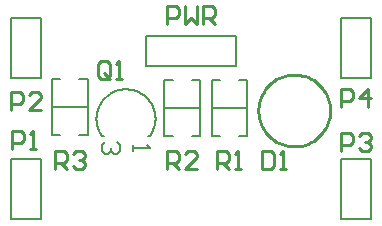
<source format=gto>
G04*
G04 #@! TF.GenerationSoftware,Altium Limited,Altium Designer,21.0.9 (235)*
G04*
G04 Layer_Color=65535*
%FSLAX25Y25*%
%MOIN*%
G70*
G04*
G04 #@! TF.SameCoordinates,B967F2C2-E6FC-4E05-9B2A-515C436140DF*
G04*
G04*
G04 #@! TF.FilePolarity,Positive*
G04*
G01*
G75*
%ADD10C,0.00787*%
%ADD11C,0.01000*%
%ADD12C,0.00591*%
D10*
X155748Y448164D02*
X156271Y449013D01*
X156705Y449910D01*
X157046Y450847D01*
X157290Y451814D01*
X157435Y452800D01*
X157480Y453795D01*
X157424Y454791D01*
X157268Y455775D01*
X157012Y456739D01*
X156661Y457672D01*
X156217Y458564D01*
X155685Y459407D01*
X155071Y460192D01*
X154380Y460911D01*
X153620Y461556D01*
X152799Y462121D01*
X151925Y462600D01*
X151007Y462988D01*
X150054Y463281D01*
X149077Y463477D01*
X148084Y463573D01*
X147088Y463567D01*
X146097Y463461D01*
X145121Y463256D01*
X144172Y462952D01*
X143258Y462554D01*
X142389Y462066D01*
X141573Y461492D01*
X140820Y460839D01*
X140137Y460113D01*
X139531Y459322D01*
X139008Y458473D01*
X138574Y457576D01*
X138232Y456640D01*
X137987Y455674D01*
X137841Y454688D01*
X137795Y453692D01*
X137851Y452697D01*
X138006Y451712D01*
X138261Y450748D01*
X138612Y449815D01*
X139055Y448922D01*
X139586Y448079D01*
X139685Y448032D02*
X140354D01*
X155020Y448130D02*
X155689D01*
X219409Y420197D02*
X229410D01*
X219409D02*
Y440197D01*
X229410D01*
Y420197D02*
Y440197D01*
X109173Y420197D02*
X119173D01*
X109173D02*
Y440197D01*
X119173D01*
Y420197D02*
Y440197D01*
X154291Y471378D02*
X184291D01*
Y481378D01*
X154291D02*
X184291D01*
X154291Y471378D02*
Y481378D01*
X219409Y487441D02*
X229410D01*
Y467441D02*
Y487441D01*
X219409Y467441D02*
X229410D01*
X219409D02*
Y487441D01*
X109173Y487284D02*
X119173D01*
Y467283D02*
Y487284D01*
X109173Y467283D02*
X119173D01*
X109173D02*
Y487284D01*
X132087Y448228D02*
X134843D01*
Y467126D01*
X132087D02*
X134843D01*
X123031D02*
X125787D01*
X123031Y448228D02*
Y467126D01*
Y448228D02*
X125787D01*
X123031Y457677D02*
X134843D01*
X169488Y447933D02*
X172244D01*
Y466831D01*
X169488D02*
X172244D01*
X160433D02*
X163189D01*
X160433Y447933D02*
Y466831D01*
Y447933D02*
X163189D01*
X160433Y457382D02*
X172244D01*
X185236Y447933D02*
X187992D01*
Y466831D01*
X185236D02*
X187992D01*
X176181D02*
X178937D01*
X176181Y447933D02*
Y466831D01*
Y447933D02*
X178937D01*
X176181Y457382D02*
X187992D01*
D11*
X215718Y456496D02*
X215676Y457498D01*
X215550Y458494D01*
X215341Y459475D01*
X215052Y460435D01*
X214682Y461368D01*
X214236Y462266D01*
X213717Y463124D01*
X213127Y463936D01*
X212472Y464695D01*
X211755Y465397D01*
X210982Y466037D01*
X210158Y466609D01*
X209289Y467111D01*
X208382Y467538D01*
X207441Y467887D01*
X206475Y468157D01*
X205490Y468345D01*
X204492Y468450D01*
X203489Y468471D01*
X202488Y468408D01*
X201496Y468261D01*
X200519Y468032D01*
X199565Y467722D01*
X198640Y467334D01*
X197751Y466869D01*
X196904Y466331D01*
X196105Y465725D01*
X195360Y465054D01*
X194673Y464323D01*
X194050Y463536D01*
X193495Y462701D01*
X193012Y461822D01*
X192604Y460905D01*
X192274Y459958D01*
X192024Y458986D01*
X191857Y457997D01*
X191773Y456998D01*
Y455995D01*
X191857Y454995D01*
X192024Y454006D01*
X192274Y453034D01*
X192604Y452087D01*
X193012Y451170D01*
X193495Y450291D01*
X194050Y449456D01*
X194673Y448670D01*
X195360Y447938D01*
X196105Y447267D01*
X196904Y446661D01*
X197751Y446123D01*
X198640Y445658D01*
X199565Y445270D01*
X200519Y444960D01*
X201496Y444731D01*
X202488Y444584D01*
X203489Y444521D01*
X204492Y444542D01*
X205490Y444647D01*
X206475Y444835D01*
X207441Y445105D01*
X208382Y445454D01*
X209289Y445882D01*
X210158Y446383D01*
X210982Y446956D01*
X211755Y447595D01*
X212471Y448297D01*
X213127Y449056D01*
X213717Y449868D01*
X214236Y450726D01*
X214682Y451624D01*
X215052Y452557D01*
X215341Y453517D01*
X215550Y454498D01*
X215676Y455494D01*
X215718Y456496D01*
X142399Y468000D02*
Y471998D01*
X141399Y472998D01*
X139400D01*
X138400Y471998D01*
Y468000D01*
X139400Y467000D01*
X141399D01*
X140399Y468999D02*
X142399Y467000D01*
X141399D02*
X142399Y468000D01*
X144398Y467000D02*
X146397D01*
X145398D01*
Y472998D01*
X144398Y471998D01*
X219411Y457631D02*
Y463629D01*
X222410D01*
X223410Y462629D01*
Y460630D01*
X222410Y459630D01*
X219411D01*
X228408Y457631D02*
Y463629D01*
X225409Y460630D01*
X229408D01*
X219411Y442867D02*
Y448865D01*
X222410D01*
X223410Y447865D01*
Y445866D01*
X222410Y444867D01*
X219411D01*
X225409Y447865D02*
X226409Y448865D01*
X228408D01*
X229408Y447865D01*
Y446866D01*
X228408Y445866D01*
X227409D01*
X228408D01*
X229408Y444867D01*
Y443867D01*
X228408Y442867D01*
X226409D01*
X225409Y443867D01*
X109800Y443600D02*
Y449598D01*
X112799D01*
X113799Y448598D01*
Y446599D01*
X112799Y445599D01*
X109800D01*
X115798Y443600D02*
X117797D01*
X116798D01*
Y449598D01*
X115798Y448598D01*
X161294Y485190D02*
Y491188D01*
X164293D01*
X165293Y490188D01*
Y488189D01*
X164293Y487189D01*
X161294D01*
X167292Y491188D02*
Y485190D01*
X169291Y487189D01*
X171291Y485190D01*
Y491188D01*
X173290Y485190D02*
Y491188D01*
X176289D01*
X177289Y490188D01*
Y488189D01*
X176289Y487189D01*
X173290D01*
X175289D02*
X177289Y485190D01*
X123939Y436962D02*
Y442960D01*
X126938D01*
X127937Y441960D01*
Y439961D01*
X126938Y438961D01*
X123939D01*
X125938D02*
X127937Y436962D01*
X129937Y441960D02*
X130936Y442960D01*
X132936D01*
X133935Y441960D01*
Y440960D01*
X132936Y439961D01*
X131936D01*
X132936D01*
X133935Y438961D01*
Y437961D01*
X132936Y436962D01*
X130936D01*
X129937Y437961D01*
X161340Y436962D02*
Y442960D01*
X164339D01*
X165339Y441960D01*
Y439961D01*
X164339Y438961D01*
X161340D01*
X163340D02*
X165339Y436962D01*
X171337D02*
X167338D01*
X171337Y440960D01*
Y441960D01*
X170337Y442960D01*
X168338D01*
X167338Y441960D01*
X178088Y436962D02*
Y442960D01*
X181087D01*
X182087Y441960D01*
Y439961D01*
X181087Y438961D01*
X178088D01*
X180087D02*
X182087Y436962D01*
X184086D02*
X186085D01*
X185086D01*
Y442960D01*
X184086Y441960D01*
X109175Y456647D02*
Y462645D01*
X112174D01*
X113174Y461645D01*
Y459646D01*
X112174Y458646D01*
X109175D01*
X119172Y456647D02*
X115173D01*
X119172Y460645D01*
Y461645D01*
X118172Y462645D01*
X116173D01*
X115173Y461645D01*
X192852Y442960D02*
Y436962D01*
X195851D01*
X196850Y437961D01*
Y441960D01*
X195851Y442960D01*
X192852D01*
X198850Y436962D02*
X200849D01*
X199849D01*
Y442960D01*
X198850Y441960D01*
D12*
X149843Y444984D02*
Y443016D01*
Y444000D01*
X155746D01*
X154762Y444984D01*
X144683Y445866D02*
X145667Y444882D01*
Y442914D01*
X144683Y441930D01*
X143700D01*
X142716Y442914D01*
Y443898D01*
Y442914D01*
X141732Y441930D01*
X140748D01*
X139764Y442914D01*
Y444882D01*
X140748Y445866D01*
M02*

</source>
